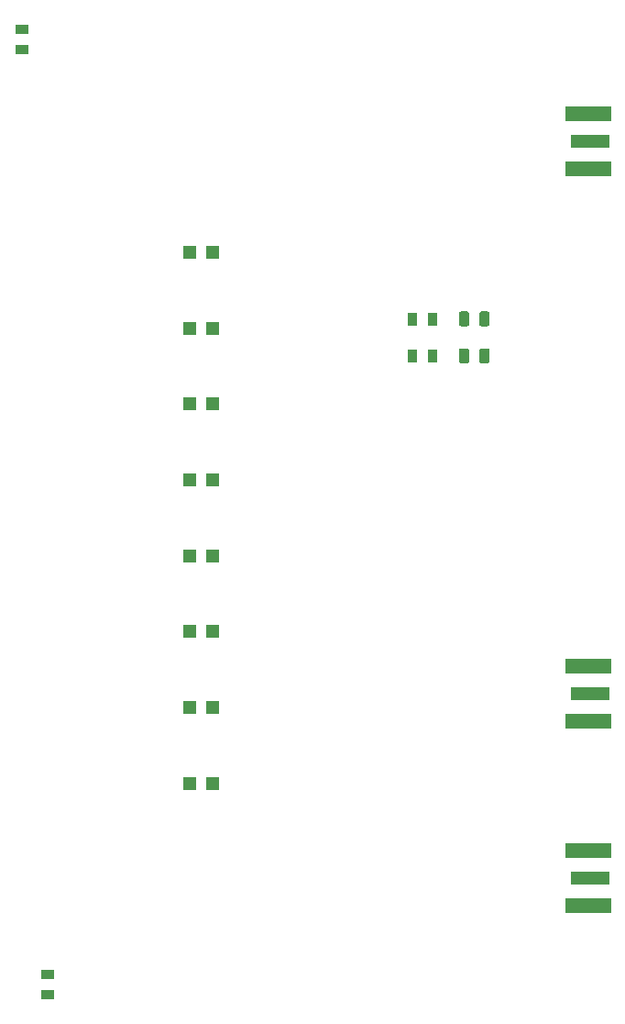
<source format=gtp>
G04 #@! TF.GenerationSoftware,KiCad,Pcbnew,5.1.12-84ad8e8a86~92~ubuntu20.04.1*
G04 #@! TF.CreationDate,2022-02-12T14:31:20-08:00*
G04 #@! TF.ProjectId,lp_filter_8_bands,6c705f66-696c-4746-9572-5f385f62616e,rev?*
G04 #@! TF.SameCoordinates,Original*
G04 #@! TF.FileFunction,Paste,Top*
G04 #@! TF.FilePolarity,Positive*
%FSLAX46Y46*%
G04 Gerber Fmt 4.6, Leading zero omitted, Abs format (unit mm)*
G04 Created by KiCad (PCBNEW 5.1.12-84ad8e8a86~92~ubuntu20.04.1) date 2022-02-12 14:31:20*
%MOMM*%
%LPD*%
G01*
G04 APERTURE LIST*
%ADD10R,3.600000X1.270000*%
%ADD11R,4.200000X1.350000*%
%ADD12R,1.200000X1.200000*%
%ADD13R,1.300000X0.900000*%
%ADD14R,0.900000X1.300000*%
G04 APERTURE END LIST*
D10*
X247700000Y-134000000D03*
D11*
X247500000Y-131450000D03*
X247500000Y-136550000D03*
D10*
X247700000Y-117000000D03*
D11*
X247500000Y-114450000D03*
X247500000Y-119550000D03*
D10*
X247700000Y-66000000D03*
D11*
X247500000Y-63450000D03*
X247500000Y-68550000D03*
D12*
X210700000Y-83250000D03*
X212800000Y-83250000D03*
X212800000Y-90250000D03*
X210700000Y-90250000D03*
X210700000Y-97250000D03*
X212800000Y-97250000D03*
X212800000Y-104250000D03*
X210700000Y-104250000D03*
X210700000Y-111250000D03*
X212800000Y-111250000D03*
X210700000Y-118250000D03*
X212800000Y-118250000D03*
X212800000Y-125250000D03*
X210700000Y-125250000D03*
X212800000Y-76250000D03*
X210700000Y-76250000D03*
D13*
X195210000Y-55647500D03*
X195210000Y-57552500D03*
X197590000Y-142847500D03*
X197590000Y-144752500D03*
D14*
X233152500Y-82390000D03*
X231247500Y-82390000D03*
X233152500Y-85790000D03*
X231247500Y-85790000D03*
G36*
G01*
X236550000Y-85343750D02*
X236550000Y-86256250D01*
G75*
G02*
X236306250Y-86500000I-243750J0D01*
G01*
X235818750Y-86500000D01*
G75*
G02*
X235575000Y-86256250I0J243750D01*
G01*
X235575000Y-85343750D01*
G75*
G02*
X235818750Y-85100000I243750J0D01*
G01*
X236306250Y-85100000D01*
G75*
G02*
X236550000Y-85343750I0J-243750D01*
G01*
G37*
G36*
G01*
X238425000Y-85343750D02*
X238425000Y-86256250D01*
G75*
G02*
X238181250Y-86500000I-243750J0D01*
G01*
X237693750Y-86500000D01*
G75*
G02*
X237450000Y-86256250I0J243750D01*
G01*
X237450000Y-85343750D01*
G75*
G02*
X237693750Y-85100000I243750J0D01*
G01*
X238181250Y-85100000D01*
G75*
G02*
X238425000Y-85343750I0J-243750D01*
G01*
G37*
G36*
G01*
X238425000Y-81943750D02*
X238425000Y-82856250D01*
G75*
G02*
X238181250Y-83100000I-243750J0D01*
G01*
X237693750Y-83100000D01*
G75*
G02*
X237450000Y-82856250I0J243750D01*
G01*
X237450000Y-81943750D01*
G75*
G02*
X237693750Y-81700000I243750J0D01*
G01*
X238181250Y-81700000D01*
G75*
G02*
X238425000Y-81943750I0J-243750D01*
G01*
G37*
G36*
G01*
X236550000Y-81943750D02*
X236550000Y-82856250D01*
G75*
G02*
X236306250Y-83100000I-243750J0D01*
G01*
X235818750Y-83100000D01*
G75*
G02*
X235575000Y-82856250I0J243750D01*
G01*
X235575000Y-81943750D01*
G75*
G02*
X235818750Y-81700000I243750J0D01*
G01*
X236306250Y-81700000D01*
G75*
G02*
X236550000Y-81943750I0J-243750D01*
G01*
G37*
M02*

</source>
